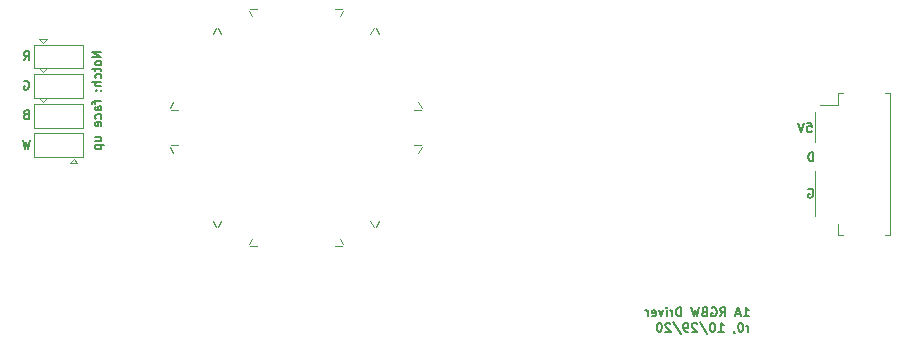
<source format=gbr>
G04 #@! TF.GenerationSoftware,KiCad,Pcbnew,5.1.7-a382d34a8~87~ubuntu18.04.1*
G04 #@! TF.CreationDate,2021-01-18T17:29:04-05:00*
G04 #@! TF.ProjectId,Cree_XML_Driver,43726565-5f58-44d4-9c5f-447269766572,r0*
G04 #@! TF.SameCoordinates,Original*
G04 #@! TF.FileFunction,Legend,Bot*
G04 #@! TF.FilePolarity,Positive*
%FSLAX46Y46*%
G04 Gerber Fmt 4.6, Leading zero omitted, Abs format (unit mm)*
G04 Created by KiCad (PCBNEW 5.1.7-a382d34a8~87~ubuntu18.04.1) date 2021-01-18 17:29:04*
%MOMM*%
%LPD*%
G01*
G04 APERTURE LIST*
%ADD10C,0.120000*%
%ADD11C,0.152400*%
%ADD12C,0.100000*%
G04 APERTURE END LIST*
D10*
X159400000Y-105400000D02*
X159400000Y-107900000D01*
X159400000Y-110400000D02*
X159400000Y-114160960D01*
D11*
X158790428Y-111919000D02*
X158863000Y-111882714D01*
X158971857Y-111882714D01*
X159080714Y-111919000D01*
X159153285Y-111991571D01*
X159189571Y-112064142D01*
X159225857Y-112209285D01*
X159225857Y-112318142D01*
X159189571Y-112463285D01*
X159153285Y-112535857D01*
X159080714Y-112608428D01*
X158971857Y-112644714D01*
X158899285Y-112644714D01*
X158790428Y-112608428D01*
X158754142Y-112572142D01*
X158754142Y-112318142D01*
X158899285Y-112318142D01*
X159209571Y-109564714D02*
X159209571Y-108802714D01*
X159028142Y-108802714D01*
X158919285Y-108839000D01*
X158846714Y-108911571D01*
X158810428Y-108984142D01*
X158774142Y-109129285D01*
X158774142Y-109238142D01*
X158810428Y-109383285D01*
X158846714Y-109455857D01*
X158919285Y-109528428D01*
X159028142Y-109564714D01*
X159209571Y-109564714D01*
X158696654Y-106282714D02*
X159059511Y-106282714D01*
X159095797Y-106645571D01*
X159059511Y-106609285D01*
X158986940Y-106573000D01*
X158805511Y-106573000D01*
X158732940Y-106609285D01*
X158696654Y-106645571D01*
X158660368Y-106718142D01*
X158660368Y-106899571D01*
X158696654Y-106972142D01*
X158732940Y-107008428D01*
X158805511Y-107044714D01*
X158986940Y-107044714D01*
X159059511Y-107008428D01*
X159095797Y-106972142D01*
X158442654Y-106282714D02*
X158188654Y-107044714D01*
X157934654Y-106282714D01*
X153320368Y-122697014D02*
X153755797Y-122697014D01*
X153538082Y-122697014D02*
X153538082Y-121935014D01*
X153610654Y-122043871D01*
X153683225Y-122116442D01*
X153755797Y-122152728D01*
X153030082Y-122479300D02*
X152667225Y-122479300D01*
X153102654Y-122697014D02*
X152848654Y-121935014D01*
X152594654Y-122697014D01*
X151324654Y-122697014D02*
X151578654Y-122334157D01*
X151760082Y-122697014D02*
X151760082Y-121935014D01*
X151469797Y-121935014D01*
X151397225Y-121971300D01*
X151360940Y-122007585D01*
X151324654Y-122080157D01*
X151324654Y-122189014D01*
X151360940Y-122261585D01*
X151397225Y-122297871D01*
X151469797Y-122334157D01*
X151760082Y-122334157D01*
X150598940Y-121971300D02*
X150671511Y-121935014D01*
X150780368Y-121935014D01*
X150889225Y-121971300D01*
X150961797Y-122043871D01*
X150998082Y-122116442D01*
X151034368Y-122261585D01*
X151034368Y-122370442D01*
X150998082Y-122515585D01*
X150961797Y-122588157D01*
X150889225Y-122660728D01*
X150780368Y-122697014D01*
X150707797Y-122697014D01*
X150598940Y-122660728D01*
X150562654Y-122624442D01*
X150562654Y-122370442D01*
X150707797Y-122370442D01*
X149982082Y-122297871D02*
X149873225Y-122334157D01*
X149836940Y-122370442D01*
X149800654Y-122443014D01*
X149800654Y-122551871D01*
X149836940Y-122624442D01*
X149873225Y-122660728D01*
X149945797Y-122697014D01*
X150236082Y-122697014D01*
X150236082Y-121935014D01*
X149982082Y-121935014D01*
X149909511Y-121971300D01*
X149873225Y-122007585D01*
X149836940Y-122080157D01*
X149836940Y-122152728D01*
X149873225Y-122225300D01*
X149909511Y-122261585D01*
X149982082Y-122297871D01*
X150236082Y-122297871D01*
X149546654Y-121935014D02*
X149365225Y-122697014D01*
X149220082Y-122152728D01*
X149074940Y-122697014D01*
X148893511Y-121935014D01*
X148022654Y-122697014D02*
X148022654Y-121935014D01*
X147841225Y-121935014D01*
X147732368Y-121971300D01*
X147659797Y-122043871D01*
X147623511Y-122116442D01*
X147587225Y-122261585D01*
X147587225Y-122370442D01*
X147623511Y-122515585D01*
X147659797Y-122588157D01*
X147732368Y-122660728D01*
X147841225Y-122697014D01*
X148022654Y-122697014D01*
X147260654Y-122697014D02*
X147260654Y-122189014D01*
X147260654Y-122334157D02*
X147224368Y-122261585D01*
X147188082Y-122225300D01*
X147115511Y-122189014D01*
X147042940Y-122189014D01*
X146788940Y-122697014D02*
X146788940Y-122189014D01*
X146788940Y-121935014D02*
X146825225Y-121971300D01*
X146788940Y-122007585D01*
X146752654Y-121971300D01*
X146788940Y-121935014D01*
X146788940Y-122007585D01*
X146498654Y-122189014D02*
X146317225Y-122697014D01*
X146135797Y-122189014D01*
X145555225Y-122660728D02*
X145627797Y-122697014D01*
X145772940Y-122697014D01*
X145845511Y-122660728D01*
X145881797Y-122588157D01*
X145881797Y-122297871D01*
X145845511Y-122225300D01*
X145772940Y-122189014D01*
X145627797Y-122189014D01*
X145555225Y-122225300D01*
X145518940Y-122297871D01*
X145518940Y-122370442D01*
X145881797Y-122443014D01*
X145192368Y-122697014D02*
X145192368Y-122189014D01*
X145192368Y-122334157D02*
X145156082Y-122261585D01*
X145119797Y-122225300D01*
X145047225Y-122189014D01*
X144974654Y-122189014D01*
X153719511Y-123992414D02*
X153719511Y-123484414D01*
X153719511Y-123629557D02*
X153683225Y-123556985D01*
X153646940Y-123520700D01*
X153574368Y-123484414D01*
X153501797Y-123484414D01*
X153102654Y-123230414D02*
X153030082Y-123230414D01*
X152957511Y-123266700D01*
X152921225Y-123302985D01*
X152884940Y-123375557D01*
X152848654Y-123520700D01*
X152848654Y-123702128D01*
X152884940Y-123847271D01*
X152921225Y-123919842D01*
X152957511Y-123956128D01*
X153030082Y-123992414D01*
X153102654Y-123992414D01*
X153175225Y-123956128D01*
X153211511Y-123919842D01*
X153247797Y-123847271D01*
X153284082Y-123702128D01*
X153284082Y-123520700D01*
X153247797Y-123375557D01*
X153211511Y-123302985D01*
X153175225Y-123266700D01*
X153102654Y-123230414D01*
X152485797Y-123956128D02*
X152485797Y-123992414D01*
X152522082Y-124064985D01*
X152558368Y-124101271D01*
X151179511Y-123992414D02*
X151614940Y-123992414D01*
X151397225Y-123992414D02*
X151397225Y-123230414D01*
X151469797Y-123339271D01*
X151542368Y-123411842D01*
X151614940Y-123448128D01*
X150707797Y-123230414D02*
X150635225Y-123230414D01*
X150562654Y-123266700D01*
X150526368Y-123302985D01*
X150490082Y-123375557D01*
X150453797Y-123520700D01*
X150453797Y-123702128D01*
X150490082Y-123847271D01*
X150526368Y-123919842D01*
X150562654Y-123956128D01*
X150635225Y-123992414D01*
X150707797Y-123992414D01*
X150780368Y-123956128D01*
X150816654Y-123919842D01*
X150852940Y-123847271D01*
X150889225Y-123702128D01*
X150889225Y-123520700D01*
X150852940Y-123375557D01*
X150816654Y-123302985D01*
X150780368Y-123266700D01*
X150707797Y-123230414D01*
X149582940Y-123194128D02*
X150236082Y-124173842D01*
X149365225Y-123302985D02*
X149328940Y-123266700D01*
X149256368Y-123230414D01*
X149074940Y-123230414D01*
X149002368Y-123266700D01*
X148966082Y-123302985D01*
X148929797Y-123375557D01*
X148929797Y-123448128D01*
X148966082Y-123556985D01*
X149401511Y-123992414D01*
X148929797Y-123992414D01*
X148566940Y-123992414D02*
X148421797Y-123992414D01*
X148349225Y-123956128D01*
X148312940Y-123919842D01*
X148240368Y-123810985D01*
X148204082Y-123665842D01*
X148204082Y-123375557D01*
X148240368Y-123302985D01*
X148276654Y-123266700D01*
X148349225Y-123230414D01*
X148494368Y-123230414D01*
X148566940Y-123266700D01*
X148603225Y-123302985D01*
X148639511Y-123375557D01*
X148639511Y-123556985D01*
X148603225Y-123629557D01*
X148566940Y-123665842D01*
X148494368Y-123702128D01*
X148349225Y-123702128D01*
X148276654Y-123665842D01*
X148240368Y-123629557D01*
X148204082Y-123556985D01*
X147333225Y-123194128D02*
X147986368Y-124173842D01*
X147115511Y-123302985D02*
X147079225Y-123266700D01*
X147006654Y-123230414D01*
X146825225Y-123230414D01*
X146752654Y-123266700D01*
X146716368Y-123302985D01*
X146680082Y-123375557D01*
X146680082Y-123448128D01*
X146716368Y-123556985D01*
X147151797Y-123992414D01*
X146680082Y-123992414D01*
X146208368Y-123230414D02*
X146135797Y-123230414D01*
X146063225Y-123266700D01*
X146026940Y-123302985D01*
X145990654Y-123375557D01*
X145954368Y-123520700D01*
X145954368Y-123702128D01*
X145990654Y-123847271D01*
X146026940Y-123919842D01*
X146063225Y-123956128D01*
X146135797Y-123992414D01*
X146208368Y-123992414D01*
X146280940Y-123956128D01*
X146317225Y-123919842D01*
X146353511Y-123847271D01*
X146389797Y-123702128D01*
X146389797Y-123520700D01*
X146353511Y-123375557D01*
X146317225Y-123302985D01*
X146280940Y-123266700D01*
X146208368Y-123230414D01*
X98944714Y-100281571D02*
X98182714Y-100281571D01*
X98944714Y-100717000D01*
X98182714Y-100717000D01*
X98944714Y-101188714D02*
X98908428Y-101116142D01*
X98872142Y-101079857D01*
X98799571Y-101043571D01*
X98581857Y-101043571D01*
X98509285Y-101079857D01*
X98473000Y-101116142D01*
X98436714Y-101188714D01*
X98436714Y-101297571D01*
X98473000Y-101370142D01*
X98509285Y-101406428D01*
X98581857Y-101442714D01*
X98799571Y-101442714D01*
X98872142Y-101406428D01*
X98908428Y-101370142D01*
X98944714Y-101297571D01*
X98944714Y-101188714D01*
X98436714Y-101660428D02*
X98436714Y-101950714D01*
X98182714Y-101769285D02*
X98835857Y-101769285D01*
X98908428Y-101805571D01*
X98944714Y-101878142D01*
X98944714Y-101950714D01*
X98908428Y-102531285D02*
X98944714Y-102458714D01*
X98944714Y-102313571D01*
X98908428Y-102241000D01*
X98872142Y-102204714D01*
X98799571Y-102168428D01*
X98581857Y-102168428D01*
X98509285Y-102204714D01*
X98473000Y-102241000D01*
X98436714Y-102313571D01*
X98436714Y-102458714D01*
X98473000Y-102531285D01*
X98944714Y-102857857D02*
X98182714Y-102857857D01*
X98944714Y-103184428D02*
X98545571Y-103184428D01*
X98473000Y-103148142D01*
X98436714Y-103075571D01*
X98436714Y-102966714D01*
X98473000Y-102894142D01*
X98509285Y-102857857D01*
X98872142Y-103547285D02*
X98908428Y-103583571D01*
X98944714Y-103547285D01*
X98908428Y-103511000D01*
X98872142Y-103547285D01*
X98944714Y-103547285D01*
X98473000Y-103547285D02*
X98509285Y-103583571D01*
X98545571Y-103547285D01*
X98509285Y-103511000D01*
X98473000Y-103547285D01*
X98545571Y-103547285D01*
X98436714Y-104381857D02*
X98436714Y-104672142D01*
X98944714Y-104490714D02*
X98291571Y-104490714D01*
X98219000Y-104527000D01*
X98182714Y-104599571D01*
X98182714Y-104672142D01*
X98944714Y-105252714D02*
X98545571Y-105252714D01*
X98473000Y-105216428D01*
X98436714Y-105143857D01*
X98436714Y-104998714D01*
X98473000Y-104926142D01*
X98908428Y-105252714D02*
X98944714Y-105180142D01*
X98944714Y-104998714D01*
X98908428Y-104926142D01*
X98835857Y-104889857D01*
X98763285Y-104889857D01*
X98690714Y-104926142D01*
X98654428Y-104998714D01*
X98654428Y-105180142D01*
X98618142Y-105252714D01*
X98908428Y-105942142D02*
X98944714Y-105869571D01*
X98944714Y-105724428D01*
X98908428Y-105651857D01*
X98872142Y-105615571D01*
X98799571Y-105579285D01*
X98581857Y-105579285D01*
X98509285Y-105615571D01*
X98473000Y-105651857D01*
X98436714Y-105724428D01*
X98436714Y-105869571D01*
X98473000Y-105942142D01*
X98908428Y-106559000D02*
X98944714Y-106486428D01*
X98944714Y-106341285D01*
X98908428Y-106268714D01*
X98835857Y-106232428D01*
X98545571Y-106232428D01*
X98473000Y-106268714D01*
X98436714Y-106341285D01*
X98436714Y-106486428D01*
X98473000Y-106559000D01*
X98545571Y-106595285D01*
X98618142Y-106595285D01*
X98690714Y-106232428D01*
X98436714Y-107829000D02*
X98944714Y-107829000D01*
X98436714Y-107502428D02*
X98835857Y-107502428D01*
X98908428Y-107538714D01*
X98944714Y-107611285D01*
X98944714Y-107720142D01*
X98908428Y-107792714D01*
X98872142Y-107829000D01*
X98436714Y-108191857D02*
X99198714Y-108191857D01*
X98473000Y-108191857D02*
X98436714Y-108264428D01*
X98436714Y-108409571D01*
X98473000Y-108482142D01*
X98509285Y-108518428D01*
X98581857Y-108554714D01*
X98799571Y-108554714D01*
X98872142Y-108518428D01*
X98908428Y-108482142D01*
X98944714Y-108409571D01*
X98944714Y-108264428D01*
X98908428Y-108191857D01*
X92926571Y-107721754D02*
X92745142Y-108483754D01*
X92600000Y-107939468D01*
X92454857Y-108483754D01*
X92273428Y-107721754D01*
X92545571Y-105584611D02*
X92436714Y-105620897D01*
X92400428Y-105657182D01*
X92364142Y-105729754D01*
X92364142Y-105838611D01*
X92400428Y-105911182D01*
X92436714Y-105947468D01*
X92509285Y-105983754D01*
X92799571Y-105983754D01*
X92799571Y-105221754D01*
X92545571Y-105221754D01*
X92473000Y-105258040D01*
X92436714Y-105294325D01*
X92400428Y-105366897D01*
X92400428Y-105439468D01*
X92436714Y-105512040D01*
X92473000Y-105548325D01*
X92545571Y-105584611D01*
X92799571Y-105584611D01*
X92400428Y-102758040D02*
X92473000Y-102721754D01*
X92581857Y-102721754D01*
X92690714Y-102758040D01*
X92763285Y-102830611D01*
X92799571Y-102903182D01*
X92835857Y-103048325D01*
X92835857Y-103157182D01*
X92799571Y-103302325D01*
X92763285Y-103374897D01*
X92690714Y-103447468D01*
X92581857Y-103483754D01*
X92509285Y-103483754D01*
X92400428Y-103447468D01*
X92364142Y-103411182D01*
X92364142Y-103157182D01*
X92509285Y-103157182D01*
X92364142Y-100997464D02*
X92618142Y-100634607D01*
X92799571Y-100997464D02*
X92799571Y-100235464D01*
X92509285Y-100235464D01*
X92436714Y-100271750D01*
X92400428Y-100308035D01*
X92364142Y-100380607D01*
X92364142Y-100489464D01*
X92400428Y-100562035D01*
X92436714Y-100598321D01*
X92509285Y-100634607D01*
X92799571Y-100634607D01*
D12*
G04 #@! TO.C,D101*
X108826207Y-98298000D02*
X109108961Y-98787745D01*
X104755889Y-105048000D02*
X105038643Y-104558255D01*
X108826207Y-115098000D02*
X109108961Y-114608255D01*
X104842490Y-108198000D02*
X105407999Y-108198000D01*
X108653003Y-115097999D02*
X108370248Y-114608254D01*
X104842490Y-105198000D02*
X105407999Y-105198000D01*
X108653003Y-98298001D02*
X108370248Y-98787746D01*
X104755889Y-108348000D02*
X105038643Y-108837745D01*
X125973510Y-108198000D02*
X125408001Y-108198000D01*
X121989793Y-115098000D02*
X121707039Y-114608255D01*
X126060111Y-108348000D02*
X125777357Y-108837745D01*
X122162997Y-115097999D02*
X122445752Y-114608254D01*
X111510886Y-116747999D02*
X112076395Y-116747999D01*
X119391717Y-116598000D02*
X119108962Y-116108255D01*
X111424283Y-116598000D02*
X111707038Y-116108255D01*
X119305114Y-116747999D02*
X118739605Y-116747999D01*
X121989793Y-98298000D02*
X121707039Y-98787745D01*
X122162997Y-98298001D02*
X122445752Y-98787746D01*
X126060111Y-105048000D02*
X125777357Y-104558255D01*
X125973510Y-105198000D02*
X125408001Y-105198000D01*
X119305114Y-96648001D02*
X118739605Y-96648001D01*
X119391717Y-96798000D02*
X119108962Y-97287745D01*
X111424283Y-96798000D02*
X111707038Y-97287745D01*
X111510886Y-96648001D02*
X112076395Y-96648001D01*
D10*
G04 #@! TO.C,JP101*
X94000000Y-99500000D02*
X94300000Y-99200000D01*
X93700000Y-99200000D02*
X94300000Y-99200000D01*
X94000000Y-99500000D02*
X93700000Y-99200000D01*
X93250000Y-99700000D02*
X93250000Y-101700000D01*
X97350000Y-99700000D02*
X93250000Y-99700000D01*
X97350000Y-101700000D02*
X97350000Y-99700000D01*
X93250000Y-101700000D02*
X97350000Y-101700000D01*
G04 #@! TO.C,JP102*
X93250000Y-104200000D02*
X97350000Y-104200000D01*
X97350000Y-104200000D02*
X97350000Y-102200000D01*
X97350000Y-102200000D02*
X93250000Y-102200000D01*
X93250000Y-102200000D02*
X93250000Y-104200000D01*
X94000000Y-102000000D02*
X93700000Y-101700000D01*
X93700000Y-101700000D02*
X94300000Y-101700000D01*
X94000000Y-102000000D02*
X94300000Y-101700000D01*
G04 #@! TO.C,JP103*
X94000000Y-104500000D02*
X94300000Y-104200000D01*
X93700000Y-104200000D02*
X94300000Y-104200000D01*
X94000000Y-104500000D02*
X93700000Y-104200000D01*
X93250000Y-104700000D02*
X93250000Y-106700000D01*
X97350000Y-104700000D02*
X93250000Y-104700000D01*
X97350000Y-106700000D02*
X97350000Y-104700000D01*
X93250000Y-106700000D02*
X97350000Y-106700000D01*
G04 #@! TO.C,JP104*
X97350000Y-107200000D02*
X93250000Y-107200000D01*
X93250000Y-107200000D02*
X93250000Y-109200000D01*
X93250000Y-109200000D02*
X97350000Y-109200000D01*
X97350000Y-109200000D02*
X97350000Y-107200000D01*
X96600000Y-109400000D02*
X96900000Y-109700000D01*
X96900000Y-109700000D02*
X96300000Y-109700000D01*
X96600000Y-109400000D02*
X96300000Y-109700000D01*
G04 #@! TO.C,J103*
X161740000Y-103815000D02*
X161290000Y-103815000D01*
X161290000Y-103815000D02*
X161290000Y-104765000D01*
X161290000Y-104765000D02*
X159800000Y-104765000D01*
X161740000Y-115785000D02*
X161290000Y-115785000D01*
X161290000Y-115785000D02*
X161290000Y-114835000D01*
X165260000Y-103815000D02*
X165710000Y-103815000D01*
X165710000Y-103815000D02*
X165710000Y-115785000D01*
X165710000Y-115785000D02*
X165260000Y-115785000D01*
G04 #@! TD*
M02*

</source>
